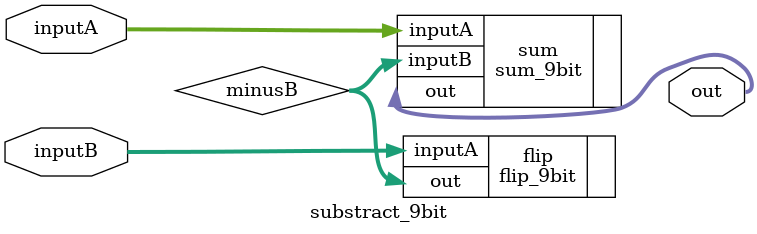
<source format=sv>
`timescale 1ns / 1ps

module substract_9bit(
    input logic[8:0] inputA, inputB,
    output logic [8:0] out
    );
    
    logic [8:0] minusB;
    
    flip_9bit flip(.inputA(inputB), .out(minusB));
    sum_9bit sum(.inputA(inputA), .inputB(minusB), .out(out));
endmodule

</source>
